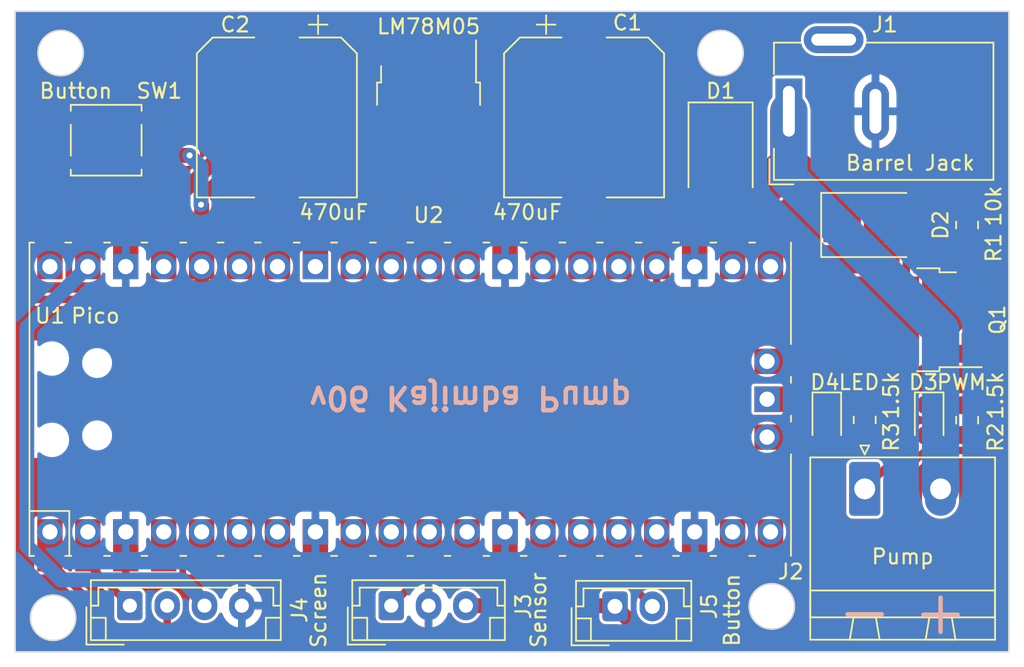
<source format=kicad_pcb>
(kicad_pcb (version 20211014) (generator pcbnew)
  (title_block (title "Pump") (date "2023-01-18") (rev "v06") (company "Kajimba") (comment 1 "Author: Yael"))
  (layers (0 "F.Cu" signal) (31 "B.Cu" signal) (34 "B.Paste" user) (35 "F.Paste" user) (36 "B.SilkS" user "B.Silkscreen") (37 "F.SilkS" user "F.Silkscreen") (38 "B.Mask" user) (39 "F.Mask" user) (44 "Edge.Cuts" user))
  (net 0 "")
  (net 1 "Net-(C1-Pad1)")
  (net 2 "GND")
  (net 3 "+5V")
  (net 4 "Net-(D2-Pad2)")
  (net 6 "+12V")
  (net 8 "PWM")
  (net 9 "+3.3V")
  (net 10 "Sensor")
  (net 11 "SCL")
  (net 12 "SDA")
  (net 13 "Button")
  (net 14 "Net-(D3-Pad1)")
  (net 28 "Net-(D4-Pad1)")
  (net 32 "LED")
  (net 42 "Analog")
  (footprint "Capacitor_SMD:CP_Elec_10x10.5" (layer "F.Cu") (at 151.384 86.868 -90)
    (fp_text reference "C1" (at -6.35 -2.902781) (layer "F.SilkS"))
    (fp_text value "470uF" (at 6.35 3.81) (layer "F.SilkS"))
    (fp_line (start -5.36 4.295563) (end -4.295563 5.36) (layer "F.SilkS") (width 0.12))
    (fp_line (start -5.36 4.295563) (end -5.36 1.51) (layer "F.SilkS") (width 0.12))
    (fp_line (start -6.85 2.54) (end -5.6 2.54) (layer "F.SilkS") (width 0.12))
    (fp_line (start -5.36 -4.295563) (end -4.295563 -5.36) (layer "F.SilkS") (width 0.12))
    (fp_line (start -6.225 1.915) (end -6.225 3.165) (layer "F.SilkS") (width 0.12))
    (fp_line (start 5.36 5.36) (end 5.36 1.51) (layer "F.SilkS") (width 0.12))
    (fp_line (start -5.36 -4.295563) (end -5.36 -1.51) (layer "F.SilkS") (width 0.12))
    (fp_line (start -4.295563 -5.36) (end 5.36 -5.36) (layer "F.SilkS") (width 0.12))
    (fp_line (start -4.295563 5.36) (end 5.36 5.36) (layer "F.SilkS") (width 0.12))
    (fp_line (start 5.36 -5.36) (end 5.36 -1.51) (layer "F.SilkS") (width 0.12))
    (pad "1" smd roundrect (at -4.2 0 270) (size 4.4 2.5) (layers "F.Cu" "F.Paste" "F.Mask") (roundrect_rratio 0.1) (net 1 "Net-(C1-Pad1)"))
    (pad "2" smd roundrect (at 4.2 0 270) (size 4.4 2.5) (layers "F.Cu" "F.Paste" "F.Mask") (roundrect_rratio 0.1) (net 2 "GND"))
  )
  (footprint "Connector_JST:JST_EH_B2B-EH-A_1x02_P2.50mm_Vertical" (layer "F.Cu") (at 153.456 119.634)
    (fp_text reference "J5" (at 6.31 0 90) (layer "F.SilkS"))
    (fp_text value "Button" (at 7.834 0.254 270) (layer "F.SilkS"))
    (fp_line (start -2.11 -1.21) (end 4.61 -1.21) (layer "F.SilkS") (width 0.12))
    (fp_line (start 4.61 0) (end 5.11 0) (layer "F.SilkS") (width 0.12))
    (fp_line (start -2.61 0) (end -2.11 0) (layer "F.SilkS") (width 0.12))
    (fp_line (start -2.61 -1.71) (end -2.61 2.31) (layer "F.SilkS") (width 0.12))
    (fp_line (start -2.11 0) (end -2.11 -1.21) (layer "F.SilkS") (width 0.12))
    (fp_line (start 4.61 -1.21) (end 4.61 0) (layer "F.SilkS") (width 0.12))
    (fp_line (start -2.61 0.81) (end -1.61 0.81) (layer "F.SilkS") (width 0.12))
    (fp_line (start -2.61 2.31) (end 5.11 2.31) (layer "F.SilkS") (width 0.12))
    (fp_line (start 5.11 0.81) (end 4.11 0.81) (layer "F.SilkS") (width 0.12))
    (fp_line (start 5.11 -1.71) (end -2.61 -1.71) (layer "F.SilkS") (width 0.12))
    (fp_line (start -1.61 0.81) (end -1.61 2.31) (layer "F.SilkS") (width 0.12))
    (fp_line (start -2.91 0.11) (end -2.91 2.61) (layer "F.SilkS") (width 0.12))
    (fp_line (start 5.11 2.31) (end 5.11 -1.71) (layer "F.SilkS") (width 0.12))
    (fp_line (start 4.11 0.81) (end 4.11 2.31) (layer "F.SilkS") (width 0.12))
    (fp_line (start -2.91 2.61) (end -0.41 2.61) (layer "F.SilkS") (width 0.12))
    (pad "1" thru_hole roundrect (at 0 0) (size 1.7 2) (drill 1) (layers *.Cu *.Mask) (roundrect_rratio 0.1470588235) (net 9 "+3.3V"))
    (pad "2" thru_hole oval (at 2.5 0) (size 1.7 2) (drill 1) (layers *.Cu *.Mask) (net 13 "Button"))
  )
  (footprint "Connector_JST:JST_EH_B4B-EH-A_1x04_P2.50mm_Vertical" (layer "F.Cu") (at 120.964 119.588)
    (fp_text reference "J4" (at 11.37 0.3 90) (layer "F.SilkS"))
    (fp_text value "Screen" (at 12.64 0.3 90) (layer "F.SilkS"))
    (fp_line (start -2.91 0.11) (end -2.91 2.61) (layer "F.SilkS") (width 0.12))
    (fp_line (start -2.61 0.81) (end -1.61 0.81) (layer "F.SilkS") (width 0.12))
    (fp_line (start -2.61 2.31) (end 10.11 2.31) (layer "F.SilkS") (width 0.12))
    (fp_line (start -1.61 0.81) (end -1.61 2.31) (layer "F.SilkS") (width 0.12))
    (fp_line (start -2.11 0) (end -2.11 -1.21) (layer "F.SilkS") (width 0.12))
    (fp_line (start -2.91 2.61) (end -0.41 2.61) (layer "F.SilkS") (width 0.12))
    (fp_line (start -2.61 0) (end -2.11 0) (layer "F.SilkS") (width 0.12))
    (fp_line (start -2.11 -1.21) (end 9.61 -1.21) (layer "F.SilkS") (width 0.12))
    (fp_line (start 9.61 -1.21) (end 9.61 0) (layer "F.SilkS") (width 0.12))
    (fp_line (start 10.11 -1.71) (end -2.61 -1.71) (layer "F.SilkS") (width 0.12))
    (fp_line (start 9.11 0.81) (end 9.11 2.31) (layer "F.SilkS") (width 0.12))
    (fp_line (start 10.11 2.31) (end 10.11 -1.71) (layer "F.SilkS") (width 0.12))
    (fp_line (start -2.61 -1.71) (end -2.61 2.31) (layer "F.SilkS") (width 0.12))
    (fp_line (start 9.61 0) (end 10.11 0) (layer "F.SilkS") (width 0.12))
    (fp_line (start 10.11 0.81) (end 9.11 0.81) (layer "F.SilkS") (width 0.12))
    (pad "1" thru_hole roundrect (at 0 0) (size 1.7 1.95) (drill 0.95) (layers *.Cu *.Mask) (roundrect_rratio 0.1470588235) (net 11 "SCL"))
    (pad "2" thru_hole oval (at 2.5 0) (size 1.7 1.95) (drill 0.95) (layers *.Cu *.Mask) (net 12 "SDA"))
    (pad "3" thru_hole oval (at 5 0) (size 1.7 1.95) (drill 0.95) (layers *.Cu *.Mask) (net 3 "+5V"))
    (pad "4" thru_hole oval (at 7.5 0) (size 1.7 1.95) (drill 0.95) (layers *.Cu *.Mask) (net 2 "GND"))
  )
  (footprint "Resistor_SMD:R_0805_2012Metric_Pad1.20x1.40mm_HandSolder" (layer "F.Cu") (at 177.038 94.0745 -90)
    (fp_text reference "R1" (at 1.524 -1.778 90) (layer "F.SilkS"))
    (fp_text value "10k" (at -1.27 -1.778 90) (layer "F.SilkS"))
    (fp_line (start -0.227064 -0.735) (end 0.227064 -0.735) (layer "F.SilkS") (width 0.12))
    (fp_line (start -0.227064 0.735) (end 0.227064 0.735) (layer "F.SilkS") (width 0.12))
    (pad "1" smd roundrect (at -1 0 270) (size 1.2 1.4) (layers "F.Cu" "F.Paste" "F.Mask") (roundrect_rratio 0.208333) (net 2 "GND"))
    (pad "2" smd roundrect (at 1 0 270) (size 1.2 1.4) (layers "F.Cu" "F.Paste" "F.Mask") (roundrect_rratio 0.208333) (net 8 "PWM"))
  )
  (footprint "LED_SMD:LED_0805_2012Metric_Pad1.15x1.40mm_HandSolder" (layer "F.Cu") (at 167.64 107.1555 -90)
    (fp_text reference "D4" (at -2.54 0.127) (layer "F.SilkS"))
    (fp_text value "RED")
    (fp_line (start -1.86 0.96) (end 1 0.96) (layer "F.SilkS") (width 0.12))
    (fp_line (start -1.86 -0.96) (end -1.86 0.96) (layer "F.SilkS") (width 0.12))
    (fp_line (start 1 -0.96) (end -1.86 -0.96) (layer "F.SilkS") (width 0.12))
    (pad "1" smd roundrect (at -1.025 0 270) (size 1.15 1.4) (layers "F.Cu" "F.Paste" "F.Mask") (roundrect_rratio 0.217391) (net 28 "Net-(D4-Pad1)"))
    (pad "2" smd roundrect (at 1.025 0 270) (size 1.15 1.4) (layers "F.Cu" "F.Paste" "F.Mask") (roundrect_rratio 0.217391) (net 32 "LED"))
  )
  (footprint "Resistor_SMD:R_0805_2012Metric_Pad1.20x1.40mm_HandSolder" (layer "F.Cu") (at 170.18 107.1395 -90)
    (fp_text reference "R3" (at 1.143 -1.778 -90) (layer "F.SilkS"))
    (fp_text value "1.5k" (at -1.651 -1.778 90) (layer "F.SilkS"))
    (fp_line (start -0.227064 0.735) (end 0.227064 0.735) (layer "F.SilkS") (width 0.12))
    (fp_line (start -0.227064 -0.735) (end 0.227064 -0.735) (layer "F.SilkS") (width 0.12))
    (pad "1" smd roundrect (at -1 0 270) (size 1.2 1.4) (layers "F.Cu" "F.Paste" "F.Mask") (roundrect_rratio 0.208333) (net 28 "Net-(D4-Pad1)"))
    (pad "2" smd roundrect (at 1 0 270) (size 1.2 1.4) (layers "F.Cu" "F.Paste" "F.Mask") (roundrect_rratio 0.208333) (net 2 "GND"))
  )
  (footprint "MCU_RaspberryPi_and_Boards:RPi_Pico_SMD_TH" (layer "F.Cu") (at 139.741 105.751 90)
    (fp_text reference "U1" (at 5.588 -24.13 180) (layer "F.SilkS"))
    (fp_text value "Pico" (at 5.588 -21.082 180) (layer "F.SilkS"))
    (fp_line (start 10.5 4.9) (end 10.5 5.3) (layer "F.SilkS") (width 0.12))
    (fp_line (start -10.5 4.9) (end -10.5 5.3) (layer "F.SilkS") (width 0.12))
    (fp_line (start -10.5 -10.4) (end -10.5 -10) (layer "F.SilkS") (width 0.12))
    (fp_line (start -10.5 22.7) (end -10.5 23.1) (layer "F.SilkS") (width 0.12))
    (fp_line (start -10.5 12.5) (end -10.5 12.9) (layer "F.SilkS") (width 0.12))
    (fp_line (start -10.5 15.1) (end -10.5 15.5) (layer "F.SilkS") (width 0.12))
    (fp_line (start -10.5 17.6) (end -10.5 18) (layer "F.SilkS") (width 0.12))
    (fp_line (start -10.5 20.1) (end -10.5 20.5) (layer "F.SilkS") (width 0.12))
    (fp_line (start -10.5 -2.7) (end -10.5 -2.3) (layer "F.SilkS") (width 0.12))
    (fp_line (start 10.5 -10.4) (end 10.5 -10) (layer "F.SilkS") (width 0.12))
    (fp_line (start -10.5 -25.5) (end 10.5 -25.5) (layer "F.SilkS") (width 0.12))
    (fp_line (start -10.5 -7.8) (end -10.5 -7.4) (layer "F.SilkS") (width 0.12))
    (fp_line (start -1.5 25.5) (end -1.1 25.5) (layer "F.SilkS") (width 0.12))
    (fp_line (start 10.5 22.7) (end 10.5 23.1) (layer "F.SilkS") (width 0.12))
    (fp_line (start 10.5 7.4) (end 10.5 7.8) (layer "F.SilkS") (width 0.12))
    (fp_line (start -10.5 -18) (end -10.5 -17.6) (layer "F.SilkS") (width 0.12))
    (fp_line (start 10.5 -18) (end 10.5 -17.6) (layer "F.SilkS") (width 0.12))
    (fp_line (start 10.5 2.3) (end 10.5 2.7) (layer "F.SilkS") (width 0.12))
    (fp_line (start -7.493 -22.833) (end -7.493 -25.5) (layer "F.SilkS") (width 0.12))
    (fp_line (start -10.5 2.3) (end -10.5 2.7) (layer "F.SilkS") (width 0.12))
    (fp_line (start 10.5 -12.9) (end 10.5 -12.5) (layer "F.SilkS") (width 0.12))
    (fp_line (start 10.5 -2.7) (end 10.5 -2.3) (layer "F.SilkS") (width 0.12))
    (fp_line (start 10.5 17.6) (end 10.5 18) (layer "F.SilkS") (width 0.12))
    (fp_line (start 1.1 25.5) (end 1.5 25.5) (layer "F.SilkS") (width 0.12))
    (fp_line (start 10.5 -0.2) (end 10.5 0.2) (layer "F.SilkS") (width 0.12))
    (fp_line (start 10.5 -15.4) (end 10.5 -15) (layer "F.SilkS") (width 0.12))
    (fp_line (start 10.5 -23.1) (end 10.5 -22.7) (layer "F.SilkS") (width 0.12))
    (fp_line (start -10.5 -25.5) (end -10.5 -25.2) (layer "F.SilkS") (width 0.12))
    (fp_line (start -10.5 -5.3) (end -10.5 -4.9) (layer "F.SilkS") (width 0.12))
    (fp_line (start -10.5 -23.1) (end -10.5 -22.7) (layer "F.SilkS") (width 0.12))
    (fp_line (start -10.5 7.4) (end -10.5 7.8) (layer "F.SilkS") (width 0.12))
    (fp_line (start 10.5 20.1) (end 10.5 20.5) (layer "F.SilkS") (width 0.12))
    (fp_line (start 10.5 -5.3) (end 10.5 -4.9) (layer "F.SilkS") (width 0.12))
    (fp_line (start 10.5 25.5) (end 3.7 25.5) (layer "F.SilkS") (width 0.12))
    (fp_line (start 10.5 -20.5) (end 10.5 -20.1) (layer "F.SilkS") (width 0.12))
    (fp_line (start -10.5 -22.833) (end -7.493 -22.833) (layer "F.SilkS") (width 0.12))
    (fp_line (start -10.5 -20.5) (end -10.5 -20.1) (layer "F.SilkS") (width 0.12))
    (fp_line (start -10.5 -12.9) (end -10.5 -12.5) (layer "F.SilkS") (width 0.12))
    (fp_line (start -10.5 -15.4) (end -10.5 -15) (layer "F.SilkS") (width 0.12))
    (fp_line (start -3.7 25.5) (end -10.5 25.5) (layer "F.SilkS") (width 0.12))
    (fp_line (start 10.5 -25.5) (end 10.5 -25.2) (layer "F.SilkS") (width 0.12))
    (fp_line (start 10.5 15.1) (end 10.5 15.5) (layer "F.SilkS") (width 0.12))
    (fp_line (start -10.5 -0.2) (end -10.5 0.2) (layer "F.SilkS") (width 0.12))
    (fp_line (start 10.5 10) (end 10.5 10.4) (layer "F.SilkS") (width 0.12))
    (fp_line (start -10.5 10) (end -10.5 10.4) (layer "F.SilkS") (width 0.12))
    (fp_line (start 10.5 -7.8) (end 10.5 -7.4) (layer "F.SilkS") (width 0.12))
    (fp_line (start 10.5 12.5) (end 10.5 12.9) (layer "F.SilkS") (width 0.12))
    (pad "" np_thru_hole oval (at -2.725 -24 90) (size 1.8 1.8) (drill 1.8) (layers *.Cu *.Mask))
    (pad "" np_thru_hole oval (at 2.425 -20.97 90) (size 1.5 1.5) (drill 1.5) (layers *.Cu *.Mask))
    (pad "" np_thru_hole oval (at -2.425 -20.97 90) (size 1.5 1.5) (drill 1.5) (layers *.Cu *.Mask))
    (pad "" np_thru_hole oval (at 2.725 -24 90) (size 1.8 1.8) (drill 1.8) (layers *.Cu *.Mask))
    (pad "1" smd rect (at -8.89 -24.13 90) (size 3.5 1.7) (drill (offset -0.9 0)) (layers "F.Cu" "F.Mask") (net 12 "SDA"))
    (pad "1" thru_hole oval (at -8.89 -24.13 90) (size 1.7 1.7) (drill 1.02) (layers *.Cu *.Mask) (net 12 "SDA"))
    (pad "2" smd rect (at -8.89 -21.59 90) (size 3.5 1.7) (drill (offset -0.9 0)) (layers "F.Cu" "F.Mask") (net 11 "SCL"))
    (pad "2" thru_hole oval (at -8.89 -21.59 90) (size 1.7 1.7) (drill 1.02) (layers *.Cu *.Mask) (net 11 "SCL"))
    (pad "3" thru_hole rect (at -8.89 -19.05 90) (size 1.7 1.7) (drill 1.02) (layers *.Cu *.Mask) (net 2 "GND"))
    (pad "3" smd rect (at -8.89 -19.05 90) (size 3.5 1.7) (drill (offset -0.9 0)) (layers "F.Cu" "F.Mask") (net 2 "GND"))
    (pad "4" smd rect (at -8.89 -16.51 90) (size 3.5 1.7) (drill (offset -0.9 0)) (layers "F.Cu" "F.Mask"))
    (pad "4" thru_hole oval (at -8.89 -16.51 90) (size 1.7 1.7) (drill 1.02) (layers *.Cu *.Mask))
    (pad "5" thru_hole oval (at -8.89 -13.97 90) (size 1.7 1.7) (drill 1.02) (layers *.Cu *.Mask))
    (pad "5" smd rect (at -8.89 -13.97 90) (size 3.5 1.7) (drill (offset -0.9 0)) (layers "F.Cu" "F.Mask"))
    (pad "6" thru_hole oval (at -8.89 -11.43 90) (size 1.7 1.7) (drill 1.02) (layers *.Cu *.Mask))
    (pad "6" smd rect (at -8.89 -11.43 90) (size 3.5 1.7) (drill (offset -0.9 0)) (layers "F.Cu" "F.Mask"))
    (pad "7" thru_hole oval (at -8.89 -8.89 90) (size 1.7 1.7) (drill 1.02) (layers *.Cu *.Mask))
    (pad "7" smd rect (at -8.89 -8.89 90) (size 3.5 1.7) (drill (offset -0.9 0)) (layers "F.Cu" "F.Mask"))
    (pad "8" smd rect (at -8.89 -6.35 90) (size 3.5 1.7) (drill (offset -0.9 0)) (layers "F.Cu" "F.Mask") (net 2 "GND"))
    (pad "8" thru_hole rect (at -8.89 -6.35 90) (size 1.7 1.7) (drill 1.02) (layers *.Cu *.Mask) (net 2 "GND"))
    (pad "9" smd rect (at -8.89 -3.81 90) (size 3.5 1.7) (drill (offset -0.9 0)) (layers "F.Cu" "F.Mask"))
    (pad "9" thru_hole oval (at -8.89 -3.81 90) (size 1.7 1.7) (drill 1.02) (layers *.Cu *.Mask))
    (pad "10" thru_hole oval (at -8.89 -1.27 90) (size 1.7 1.7) (drill 1.02) (layers *.Cu *.Mask))
    (pad "10" smd rect (at -8.89 -1.27 90) (size 3.5 1.7) (drill (offset -0.9 0)) (layers "F.Cu" "F.Mask"))
    (pad "11" smd rect (at -8.89 1.27 90) (size 3.5 1.7) (drill (offset -0.9 0)) (layers "F.Cu" "F.Mask") (net 10 "Sensor"))
    (pad "11" thru_hole oval (at -8.89 1.27 90) (size 1.7 1.7) (drill 1.02) (layers *.Cu *.Mask) (net 10 "Sensor"))
    (pad "12" thru_hole oval (at -8.89 3.81 90) (size 1.7 1.7) (drill 1.02) (layers *.Cu *.Mask))
    (pad "12" smd rect (at -8.89 3.81 90) (size 3.5 1.7) (drill (offset -0.9 0)) (layers "F.Cu" "F.Mask"))
    (pad "13" smd rect (at -8.89 6.35 90) (size 3.5 1.7) (drill (offset -0.9 0)) (layers "F.Cu" "F.Mask") (net 2 "GND"))
    (pad "13" thru_hole rect (at -8.89 6.35 90) (size 1.7 1.7) (drill 1.02) (layers *.Cu *.Mask) (net 2 "GND"))
    (pad "14" thru_hole oval (at -8.89 8.89 90) (size 1.7 1.7) (drill 1.02) (layers *.Cu *.Mask) (net 13 "Button"))
    (pad "14" smd rect (at -8.89 8.89 90) (size 3.5 1.7) (drill (offset -0.9 0)) (layers "F.Cu" "F.Mask") (net 13 "Button"))
    (pad "15" thru_hole oval (at -8.89 11.43 90) (size 1.7 1.7) (drill 1.02) (layers *.Cu *.Mask))
    (pad "15" smd rect (at -8.89 11.43 90) (size 3.5 1.7) (drill (offset -0.9 0)) (layers "F.Cu" "F.Mask"))
    (pad "16" smd rect (at -8.89 13.97 90) (size 3.5 1.7) (drill (offset -0.9 0)) (layers "F.Cu" "F.Mask"))
    (pad "16" thru_hole oval (at -8.89 13.97 90) (size 1.7 1.7) (drill 1.02) (layers *.Cu *.Mask))
    (pad "17" smd rect (at -8.89 16.51 90) (size 3.5 1.7) (drill (offset -0.9 0)) (layers "F.Cu" "F.Mask"))
    (pad "17" thru_hole oval (at -8.89 16.51 90) (size 1.7 1.7) (drill 1.02) (layers *.Cu *.Mask))
    (pad "18" smd rect (at -8.89 19.05 90) (size 3.5 1.7) (drill (offset -0.9 0)) (layers "F.Cu" "F.Mask") (net 2 "GND"))
    (pad "18" thru_hole rect (at -8.89 19.05 90) (size 1.7 1.7) (drill 1.02) (layers *.Cu *.Mask) (net 2 "GND"))
    (pad "19" smd rect (at -8.89 21.59 90) (size 3.5 1.7) (drill (offset -0.9 0)) (layers "F.Cu" "F.Mask"))
    (pad "19" thru_hole oval (at -8.89 21.59 90) (size 1.7 1.7) (drill 1.02) (layers *.Cu *.Mask))
    (pad "20" smd rect (at -8.89 24.13 90) (size 3.5 1.7) (drill (offset -0.9 0)) (layers "F.Cu" "F.Mask"))
    (pad "20" thru_hole oval (at -8.89 24.13 90) (size 1.7 1.7) (drill 1.02) (layers *.Cu *.Mask))
    (pad "21" thru_hole oval (at 8.89 24.13 90) (size 1.7 1.7) (drill 1.02) (layers *.Cu *.Mask))
    (pad "21" smd rect (at 8.89 24.13 90) (size 3.5 1.7) (drill (offset 0.9 0)) (layers "F.Cu" "F.Mask"))
    (pad "22" smd rect (at 8.89 21.59 90) (size 3.5 1.7) (drill (offset 0.9 0)) (layers "F.Cu" "F.Mask"))
    (pad "22" thru_hole oval (at 8.89 21.59 90) (size 1.7 1.7) (drill 1.02) (layers *.Cu *.Mask))
    (pad "23" smd rect (at 8.89 19.05 90) (size 3.5 1.7) (drill (offset 0.9 0)) (layers "F.Cu" "F.Mask") (net 2 "GND"))
    (pad "23" thru_hole rect (at 8.89 19.05 90) (size 1.7 1.7) (drill 1.02) (layers *.Cu *.Mask) (net 2 "GND"))
    (pad "24" smd rect (at 8.89 16.51 90) (size 3.5 1.7) (drill (offset 0.9 0)) (layers "F.Cu" "F.Mask") (net 32 "LED"))
    (pad "24" thru_hole oval (at 8.89 16.51 90) (size 1.7 1.7) (drill 1.02) (layers *.Cu *.Mask) (net 32 "LED"))
    (pad "25" smd rect (at 8.89 13.97 90) (size 3.5 1.7) (drill (offset 0.9 0)) (layers "F.Cu" "F.Mask") (net 8 "PWM"))
    (pad "25" thru_hole oval (at 8.89 13.97 90) (size 1.7 1.7) (drill 1.02) (layers *.Cu *.Mask) (net 8 "PWM"))
    (pad "26" smd rect (at 8.89 11.43 90) (size 3.5 1.7) (drill (offset 0.9 0)) (layers "F.Cu" "F.Mask"))
    (pad "26" thru_hole oval (at 8.89 11.43 90) (size 1.7 1.7) (drill 1.02) (layers *.Cu *.Mask))
    (pad "27" smd rect (at 8.89 8.89 90) (size 3.5 1.7) (drill (offset 0.9 0)) (layers "F.Cu" "F.Mask"))
    (pad "27" thru_hole oval (at 8.89 8.89 90) (size 1.7 1.7) (drill 1.02) (layers *.Cu *.Mask))
    (pad "28" smd rect (at 8.89 6.35 90) (size 3.5 1.7) (drill (offset 0.9 0)) (layers "F.Cu" "F.Mask") (net 2 "GND"))
    (pad "28" thru_hole rect (at 8.89 6.35 90) (size 1.7 1.7) (drill 1.02) (layers *.Cu *.Mask) (net 2 "GND"))
    (pad "29" thru_hole oval (at 8.89 3.81 90) (size 1.7 1.7) (drill 1.02) (layers *.Cu *.Mask))
    (pad "29" smd rect (at 8.89 3.81 90) (size 3.5 1.7) (drill (offset 0.9 0)) (layers "F.Cu" "F.Mask"))
    (pad "30" smd rect (at 8.89 1.27 90) (size 3.5 1.7) (drill (offset 0.9 0)) (layers "F.Cu" "F.Mask"))
    (pad "30" thru_hole oval (at 8.89 1.27 90) (size 1.7 1.7) (drill 1.02) (layers *.Cu *.Mask))
    (pad "31" smd rect (at 8.89 -1.27 90) (size 3.5 1.7) (drill (offset 0.9 0)) (layers "F.Cu" "F.Mask") (net 42 "Analog"))
    (pad "31" thru_hole oval (at 8.89 -1.27 90) (size 1.7 1.7) (drill 1.02) (layers *.Cu *.Mask) (net 42 "Analog"))
    (pad "32" thru_hole oval (at 8.89 -3.81 90) (size 1.7 1.7) (drill 1.02) (layers *.Cu *.Mask))
    (pad "32" smd rect (at 8.89 -3.81 90) (size 3.5 1.7) (drill (offset 0.9 0)) (layers "F.Cu" "F.Mask"))
    (pad "33" thru_hole rect (at 8.89 -6.35 90) (size 1.7 1.7) (drill 1.02) (layers *.Cu *.Mask))
    (pad "33" smd rect (at 8.89 -6.35 90) (size 3.5 1.7) (drill (offset 0.9 0)) (layers "F.Cu" "F.Mask"))
    (pad "34" thru_hole oval (at 8.89 -8.89 90) (size 1.7 1.7) (drill 1.02) (layers *.Cu *.Mask))
    (pad "34" smd rect (at 8.89 -8.89 90) (size 3.5 1.7) (drill (offset 0.9 0)) (layers "F.Cu" "F.Mask"))
    (pad "35" smd rect (at 8.89 -11.43 90) (size 3.5 1.7) (drill (offset 0.9 0)) (layers "F.Cu" "F.Mask"))
    (pad "35" thru_hole oval (at 8.89 -11.43 90) (size 1.7 1.7) (drill 1.02) (layers *.Cu *.Mask))
    (pad "36" smd rect (at 8.89 -13.97 90) (size 3.5 1.7) (drill (offset 0.9 0)) (layers "F.Cu" "F.Mask") (net 9 "+3.3V"))
    (pad "36" thru_hole oval (at 8.89 -13.97 90) (size 1.7 1.7) (drill 1.02) (layers *.Cu *.Mask) (net 9 "+3.3V"))
    (pad "37" smd rect (at 8.89 -16.51 90) (size 3.5 1.7) (drill (offset 0.9 0)) (layers "F.Cu" "F.Mask"))
    (pad "37" thru_hole oval (at 8.89 -16.51 90) (size 1.7 1.7) (drill 1.02) (layers *.Cu *.Mask))
    (pad "38" smd rect (at 8.89 -19.05 90) (size 3.5 1.7) (drill (offset 0.9 0)) (layers "F.Cu" "F.Mask") (net 2 "GND"))
    (pad "38" thru_hole rect (at 8.89 -19.05 90) (size 1.7 1.7) (drill 1.02) (layers *.Cu *.Mask) (net 2 "GND"))
    (pad "39" thru_hole oval (at 8.89 -21.59 90) (size 1.7 1.7) (drill 1.02) (layers *.Cu *.Mask) (net 3 "+5V"))
    (pad "39" smd rect (at 8.89 -21.59 90) (size 3.5 1.7) (drill (offset 0.9 0)) (layers "F.Cu" "F.Mask") (net 3 "+5V"))
    (pad "40" thru_hole oval (at 8.89 -24.13 90) (size 1.7 1.7) (drill 1.02) (layers *.Cu *.Mask))
    (pad "40" smd rect (at 8.89 -24.13 90) (size 3.5 1.7) (drill (offset 0.9 0)) (layers "F.Cu" "F.Mask"))
    (pad "41" smd rect (at -2.54 23.9 180) (size 3.5 1.7) (drill (offset -0.9 0)) (layers "F.Cu" "F.Mask"))
    (pad "41" thru_hole oval (at -2.54 23.9 90) (size 1.7 1.7) (drill 1.02) (layers *.Cu *.Mask))
    (pad "42" thru_hole rect (at 0 23.9 90) (size 1.7 1.7) (drill 1.02) (layers *.Cu *.Mask))
    (pad "42" smd rect (at 0 23.9 180) (size 3.5 1.7) (drill (offset -0.9 0)) (layers "F.Cu" "F.Mask"))
    (pad "43" smd rect (at 2.54 23.9 180) (size 3.5 1.7) (drill (offset -0.9 0)) (layers "F.Cu" "F.Mask"))
    (pad "43" thru_hole oval (at 2.54 23.9 90) (size 1.7 1.7) (drill 1.02) (layers *.Cu *.Mask))
  )
  (footprint "Resistor_SMD:R_0805_2012Metric_Pad1.20x1.40mm_HandSolder" (layer "F.Cu") (at 177.038 107.1555 -90)
    (fp_text reference "R2" (at 1.143 -1.905 -90) (layer "F.SilkS"))
    (fp_text value "1.5k" (at -1.651 -1.905 90) (layer "F.SilkS"))
    (fp_line (start -0.227064 -0.735) (end 0.227064 -0.735) (layer "F.SilkS") (width 0.12))
    (fp_line (start -0.227064 0.735) (end 0.227064 0.735) (layer "F.SilkS") (width 0.12))
    (pad "1" smd roundrect (at -1 0 270) (size 1.2 1.4) (layers "F.Cu" "F.Paste" "F.Mask") (roundrect_rratio 0.2083333333) (net 14 "Net-(D3-Pad1)"))
    (pad "2" smd roundrect (at 1 0 270) (size 1.2 1.4) (layers "F.Cu" "F.Paste" "F.Mask") (roundrect_rratio 0.2083333333) (net 2 "GND"))
  )
  (footprint "Button_Switch_SMD:SW_SPST_TL3305A" (layer "F.Cu") (at 119.38 88.392)
    (fp_text reference "SW1" (at 3.556 -3.302) (layer "F.SilkS"))
    (fp_text value "Button" (at -2.032 -3.302) (layer "F.SilkS"))
    (fp_line (start -2.37 -2.37) (end -2.37 -1.97) (layer "F.SilkS") (width 0.12))
    (fp_line (start -2.37 1.03) (end -2.37 -1.03) (layer "F.SilkS") (width 0.12))
    (fp_line (start 2.37 1.03) (end 2.37 -1.03) (layer "F.SilkS") (width 0.12))
    (fp_line (start -2.37 -2.37) (end 2.37 -2.37) (layer "F.SilkS") (width 0.12))
    (fp_line (start -2.37 2.37) (end -2.37 1.97) (layer "F.SilkS") (width 0.12))
    (fp_line (start -2.37 2.37) (end 2.37 2.37) (layer "F.SilkS") (width 0.12))
    (fp_line (start 2.37 2.37) (end 2.37 1.97) (layer "F.SilkS") (width 0.12))
    (fp_line (start 2.37 -2.37) (end 2.37 -1.97) (layer "F.SilkS") (width 0.12))
    (pad "1" smd rect (at -3.6 -1.5) (size 1.6 1.4) (layers "F.Cu" "F.Paste" "F.Mask") (net 13 "Button"))
    (pad "1" smd rect (at 3.6 -1.5) (size 1.6 1.4) (layers "F.Cu" "F.Paste" "F.Mask") (net 13 "Button"))
    (pad "2" smd rect (at -3.6 1.5) (size 1.6 1.4) (layers "F.Cu" "F.Paste" "F.Mask") (net 9 "+3.3V"))
    (pad "2" smd rect (at 3.6 1.5) (size 1.6 1.4) (layers "F.Cu" "F.Paste" "F.Mask") (net 9 "+3.3V"))
  )
  (footprint "Package_TO_SOT_SMD:TO-252-2" (layer "F.Cu") (at 140.97 86.995 -90)
    (fp_text reference "U2" (at 6.418 0) (layer "F.SilkS"))
    (fp_text value "LM78M05" (at -6.223 0) (layer "F.SilkS"))
    (fp_line (start -0.97 -3.45) (end -2.47 -3.45) (layer "F.SilkS") (width 0.12))
    (fp_line (start -2.47 -3.45) (end -2.47 -3.18) (layer "F.SilkS") (width 0.12))
    (fp_line (start -2.47 3.45) (end -2.47 3.18) (layer "F.SilkS") (width 0.12))
    (fp_line (start -0.97 3.45) (end -2.47 3.45) (layer "F.SilkS") (width 0.12))
    (fp_line (start -2.47 3.18) (end -3.57 3.18) (layer "F.SilkS") (width 0.12))
    (fp_line (start -2.47 -3.18) (end -5.3 -3.18) (layer "F.SilkS") (width 0.12))
    (pad "1" smd rect (at -4.2 -2.28 270) (size 2.2 1.2) (layers "F.Cu" "F.Paste" "F.Mask") (net 1 "Net-(C1-Pad1)"))
    (pad "2" smd rect (at 2.1 0 270) (size 6.4 5.8) (layers "F.Cu" "F.Mask") (net 2 "GND"))
    (pad "3" smd rect (at -4.2 2.28 270) (size 2.2 1.2) (layers "F.Cu" "F.Paste" "F.Mask") (net 3 "+5V"))
  )
  (footprint "Diode_SMD:D_SMB" (layer "F.Cu") (at 160.528 89.408 -90)
    (fp_text reference "D1" (at -4.318 0) (layer "F.SilkS"))
    (fp_text value "S2JTR")
    (fp_line (start -3.55 2.15) (end 2.15 2.15) (layer "F.SilkS") (width 0.12))
    (fp_line (start -3.55 -2.15) (end 2.15 -2.15) (layer "F.SilkS") (width 0.12))
    (fp_line (start -3.55 -2.15) (end -3.55 2.15) (layer "F.SilkS") (width 0.12))
    (pad "1" smd rect (at -2.15 0 270) (size 2.5 2.3) (layers "F.Cu" "F.Paste" "F.Mask") (net 1 "Net-(C1-Pad1)"))
    (pad "2" smd rect (at 2.15 0 270) (size 2.5 2.3) (layers "F.Cu" "F.Paste" "F.Mask") (net 6 "+12V"))
  )
  (footprint "Connector_Phoenix_MSTB:PhoenixContact_MSTBA_2,5_2-G-5,08_1x02_P5.08mm_Horizontal" (layer "F.Cu") (at 170.18 111.76)
    (fp_text reference "J2" (at -4.953 5.5555 180) (layer "F.SilkS"))
    (fp_text value "Pump" (at 2.54 4.5395) (layer "F.SilkS"))
    (fp_line (start 1 10.11) (end 0.75 8.61) (layer "F.SilkS") (width 0.12))
    (fp_line (start 4.33 8.61) (end 4.08 10.11) (layer "F.SilkS") (width 0.12))
    (fp_line (start 0 -2.31) (end -0.3 -2.91) (layer "F.SilkS") (width 0.12))
    (fp_line (start -3.65 -2.11) (end -3.65 10.11) (layer "F.SilkS") (width 0.12))
    (fp_line (start 8.73 10.11) (end 8.73 -2.11) (layer "F.SilkS") (width 0.12))
    (fp_line (start 8.73 6.81) (end 8.73 8.61) (layer "F.SilkS") (width 0.12))
    (fp_line (start -0.3 -2.91) (end 0.3 -2.91) (layer "F.SilkS") (width 0.12))
    (fp_line (start 4.08 10.11) (end 6.08 10.11) (layer "F.SilkS") (width 0.12))
    (fp_line (start -1 10.11) (end 1 10.11) (layer "F.SilkS") (width 0.12))
    (fp_line (start 5.83 8.61) (end 4.33 8.61) (layer "F.SilkS") (width 0.12))
    (fp_line (start -3.65 8.61) (end -3.65 6.81) (layer "F.SilkS") (width 0.12))
    (fp_line (start 8.73 -2.11) (end -3.65 -2.11) (layer "F.SilkS") (width 0.12))
    (fp_line (start 8.73 8.61) (end -3.65 8.61) (layer "F.SilkS") (width 0.12))
    (fp_line (start -0.75 8.61) (end -1 10.11) (layer "F.SilkS") (width 0.12))
    (fp_line (start -3.65 6.81) (end 8.73 6.81) (layer "F.SilkS") (width 0.12))
    (fp_line (start -3.65 10.11) (end 8.73 10.11) (layer "F.SilkS") (width 0.12))
    (fp_line (start 6.08 10.11) (end 5.83 8.61) (layer "F.SilkS") (width 0.12))
    (fp_line (start 0.3 -2.91) (end 0 -2.31) (layer "F.SilkS") (width 0.12))
    (fp_line (start 0.75 8.61) (end -0.75 8.61) (layer "F.SilkS") (width 0.12))
    (pad "1" thru_hole roundrect (at 0 0) (size 2.08 3.6) (drill 1.4) (layers *.Cu *.Mask) (roundrect_rratio 0.1201918269) (net 4 "Net-(D2-Pad2)"))
    (pad "2" thru_hole oval (at 5.08 0) (size 2.08 3.6) (drill 1.4) (layers *.Cu *.Mask) (net 6 "+12V"))
  )
  (footprint "Package_TO_SOT_SMD:TO-252-2" (layer "F.Cu") (at 172.72 100.4245 180)
    (fp_text reference "Q1" (at -6.35 0 90) (layer "F.SilkS"))
    (fp_text value "QM6006D")
    (fp_line (start -2.47 -3.45) (end -2.47 -3.18) (layer "F.SilkS") (width 0.12))
    (fp_line (start -2.47 3.18) (end -3.57 3.18) (layer "F.SilkS") (width 0.12))
    (fp_line (start -2.47 3.45) (end -2.47 3.18) (layer "F.SilkS") (width 0.12))
    (fp_line (start -0.97 -3.45) (end -2.47 -3.45) (layer "F.SilkS") (width 0.12))
    (fp_line (start -0.97 3.45) (end -2.47 3.45) (layer "F.SilkS") (width 0.12))
    (fp_line (start -2.47 -3.18) (end -5.3 -3.18) (layer "F.SilkS") (width 0.12))
    (pad "1" smd rect (at -4.2 -2.28 180) (size 2.2 1.2) (layers "F.Cu" "F.Paste" "F.Mask") (net 8 "PWM"))
    (pad "2" smd rect (at 2.1 0 180) (size 6.4 5.8) (layers "F.Cu" "F.Mask") (net 4 "Net-(D2-Pad2)"))
    (pad "3" smd rect (at -4.2 2.28 180) (size 2.2 1.2) (layers "F.Cu" "F.Paste" "F.Mask") (net 2 "GND"))
  )
  (footprint "Diode_SMD:D_SMB" (layer "F.Cu") (at 170.815 94.0745)
    (fp_text reference "D2" (at 4.445 0 90) (layer "F.SilkS"))
    (fp_text value "S2JTR")
    (fp_line (start -3.55 2.15) (end 2.15 2.15) (layer "F.SilkS") (width 0.12))
    (fp_line (start -3.55 -2.15) (end 2.15 -2.15) (layer "F.SilkS") (width 0.12))
    (fp_line (start -3.55 -2.15) (end -3.55 2.15) (layer "F.SilkS") (width 0.12))
    (pad "1" smd rect (at -2.15 0) (size 2.5 2.3) (layers "F.Cu" "F.Paste" "F.Mask") (net 6 "+12V"))
    (pad "2" smd rect (at 2.15 0) (size 2.5 2.3) (layers "F.Cu" "F.Paste" "F.Mask") (net 4 "Net-(D2-Pad2)"))
  )
  (footprint "Capacitor_SMD:CP_Elec_10x10.5" (layer "F.Cu") (at 130.81 86.868 -90)
    (fp_text reference "C2" (at -6.225 2.794) (layer "F.SilkS"))
    (fp_text value "470uF" (at 6.35 -3.81 180) (layer "F.SilkS"))
    (fp_line (start -6.85 -2.76) (end -5.6 -2.76) (layer "F.SilkS") (width 0.12))
    (fp_line (start -5.36 -4.295563) (end -5.36 -1.51) (layer "F.SilkS") (width 0.12))
    (fp_line (start 5.36 5.36) (end 5.36 1.51) (layer "F.SilkS") (width 0.12))
    (fp_line (start -4.295563 5.36) (end 5.36 5.36) (layer "F.SilkS") (width 0.12))
    (fp_line (start -5.36 -4.295563) (end -4.295563 -5.36) (layer "F.SilkS") (width 0.12))
    (fp_line (start 5.36 -5.36) (end 5.36 -1.51) (layer "F.SilkS") (width 0.12))
    (fp_line (start -4.295563 -5.36) (end 5.36 -5.36) (layer "F.SilkS") (width 0.12))
    (fp_line (start -6.225 -3.385) (end -6.225 -2.135) (layer "F.SilkS") (width 0.12))
    (fp_line (start -5.36 4.295563) (end -4.295563 5.36) (layer "F.SilkS") (width 0.12))
    (fp_line (start -5.36 4.295563) (end -5.36 1.51) (layer "F.SilkS") (width 0.12))
    (pad "1" smd roundrect (at -4.2 0 270) (size 4.4 2.5) (layers "F.Cu" "F.Paste" "F.Mask") (roundrect_rratio 0.1) (net 3 "+5V"))
    (pad "2" smd roundrect (at 4.2 0 270) (size 4.4 2.5) (layers "F.Cu" "F.Paste" "F.Mask") (roundrect_rratio 0.1) (net 2 "GND"))
  )
  (footprint "LED_SMD:LED_0805_2012Metric_Pad1.15x1.40mm_HandSolder" (layer "F.Cu") (at 174.498 107.1555 -90)
    (fp_text reference "D3" (at -2.54 0.381 180) (layer "F.SilkS"))
    (fp_text value "RED")
    (fp_line (start -1.86 -0.96) (end -1.86 0.96) (layer "F.SilkS") (width 0.12))
    (fp_line (start 1 -0.96) (end -1.86 -0.96) (layer "F.SilkS") (width 0.12))
    (fp_line (start -1.86 0.96) (end 1 0.96) (layer "F.SilkS") (width 0.12))
    (pad "1" smd roundrect (at -1.025 0 270) (size 1.15 1.4) (layers "F.Cu" "F.Paste" "F.Mask") (roundrect_rratio 0.2173913043) (net 14 "Net-(D3-Pad1)"))
    (pad "2" smd roundrect (at 1.025 0 270) (size 1.15 1.4) (layers "F.Cu" "F.Paste" "F.Mask") (roundrect_rratio 0.2173913043) (net 8 "PWM"))
  )
  (footprint "Connector_JST:JST_EH_B3B-EH-A_1x03_P2.50mm_Vertical" (layer "F.Cu") (at 138.47 119.588)
    (fp_text reference "J3" (at 8.85 0.046 90) (layer "F.SilkS"))
    (fp_text value "Sensor" (at 9.866 0.3 90) (layer "F.SilkS"))
    (fp_line (start -2.91 2.61) (end -0.41 2.61) (layer "F.SilkS") (width 0.12))
    (fp_line (start 7.11 -1.21) (end 7.11 0) (layer "F.SilkS") (width 0.12))
    (fp_line (start 7.61 2.31) (end 7.61 -1.71) (layer "F.SilkS") (width 0.12))
    (fp_line (start -2.61 0) (end -2.11 0) (layer "F.SilkS") (width 0.12))
    (fp_line (start -1.61 0.81) (end -1.61 2.31) (layer "F.SilkS") (width 0.12))
    (fp_line (start -2.11 -1.21) (end 7.11 -1.21) (layer "F.SilkS") (width 0.12))
    (fp_line (start -2.11 0) (end -2.11 -1.21) (layer "F.SilkS") (width 0.12))
    (fp_line (start 6.61 0.81) (end 6.61 2.31) (layer "F.SilkS") (width 0.12))
    (fp_line (start 7.61 0.81) (end 6.61 0.81) (layer "F.SilkS") (width 0.12))
    (fp_line (start 7.11 0) (end 7.61 0) (layer "F.SilkS") (width 0.12))
    (fp_line (start -2.91 0.11) (end -2.91 2.61) (layer "F.SilkS") (width 0.12))
    (fp_line (start -2.61 -1.71) (end -2.61 2.31) (layer "F.SilkS") (width 0.12))
    (fp_line (start -2.61 0.81) (end -1.61 0.81) (layer "F.SilkS") (width 0.12))
    (fp_line (start 7.61 -1.71) (end -2.61 -1.71) (layer "F.SilkS") (width 0.12))
    (fp_line (start -2.61 2.31) (end 7.61 2.31) (layer "F.SilkS") (width 0.12))
    (pad "1" thru_hole roundrect (at 0 0) (size 1.7 1.95) (drill 0.95) (layers *.Cu *.Mask) (roundrect_rratio 0.1470588235) (net 10 "Sensor"))
    (pad "2" thru_hole oval (at 2.5 0) (size 1.7 1.95) (drill 0.95) (layers *.Cu *.Mask) (net 2 "GND"))
    (pad "3" thru_hole oval (at 5 0) (size 1.7 1.95) (drill 0.95) (layers *.Cu *.Mask) (net 9 "+3.3V"))
  )
  (footprint "Connector_BarrelJack:BarrelJack_Wuerth_6941xx301002" (layer "F.Cu") (at 165.1 86.452 90)
    (fp_text reference "J1" (at 5.807 6.4262) (layer "F.SilkS"))
    (fp_text value "Barrel Jack" (at -3.464 8.128) (layer "F.SilkS"))
    (fp_line (start 2.5 -1) (end 4.6 -1) (layer "F.SilkS") (width 0.12))
    (fp_line (start -4.6 -1) (end -2.5 -1) (layer "F.SilkS") (width 0.12))
    (fp_line (start -4.6 13.7) (end -4.6 -1) (layer "F.SilkS") (width 0.12))
    (fp_line (start 4.6 13.7) (end -4.6 13.7) (layer "F.SilkS") (width 0.12))
    (fp_line (start -3.2 -1.3) (end -4.9 -1.3) (layer "F.SilkS") (width 0.12))
    (fp_line (start -4.9 -1.3) (end -4.9 0.3) (layer "F.SilkS") (width 0.12))
    (fp_line (start 4.6 5.2) (end 4.6 13.7) (layer "F.SilkS") (width 0.12))
    (fp_line (start 4.6 -1) (end 4.6 0.8) (layer "F.SilkS") (width 0.12))
    (pad "1" thru_hole rect (at 0 0 90) (size 4.4 1.8) (drill oval 3.4 0.8) (layers *.Cu *.Mask) (net 6 "+12V"))
    (pad "2" thru_hole oval (at 0 5.8 90) (size 4 1.8) (drill oval 3 0.8) (layers *.Cu *.Mask) (net 2 "GND"))
    (pad "3" thru_hole oval (at 4.8 3 180) (size 4 1.8) (drill oval 3 0.8) (layers *.Cu *.Mask))
  )
  (gr_circle (center 116.332 82.55) (end 117.856 82.55) (layer "Edge.Cuts") (width 0.1) (fill none))
  (gr_line (start 113.284 122.682) (end 179.832 122.682) (layer "Edge.Cuts") (width 0.1))
  (gr_line (start 113.284 79.756) (end 113.284 122.682) (layer "Edge.Cuts") (width 0.1))
  (gr_line (start 179.832 79.756) (end 113.284 79.756) (layer "Edge.Cuts") (width 0.1))
  (gr_line (start 179.832 122.682) (end 179.832 79.756) (layer "Edge.Cuts") (width 0.1))
  (gr_circle (center 163.957 119.634) (end 165.481 119.634) (layer "Edge.Cuts") (width 0.1) (fill none))
  (gr_circle (center 160.528 82.55) (end 162.052 82.55) (layer "Edge.Cuts") (width 0.1) (fill none))
  (gr_circle (center 115.824 120.396) (end 117.348 120.396) (layer "Edge.Cuts") (width 0.1) (fill none))
  (gr_text "v06 Kajimba Pump" (at 143.764 105.664 180) (layer "B.SilkS") (effects (font (size 1.5 1.5) (thickness 0.3)) (justify mirror)))
  (gr_text "+" (at 175.26 119.9642) (layer "B.SilkS") (effects (font (size 3 3) (thickness 0.3))))
  (gr_text "-" (at 170.18 120.396 180) (layer "B.SilkS") (effects (font (size 3 3) (thickness 0.3))))
  (gr_text "LED" (at 169.799 104.6155) (layer "F.SilkS") (effects (font (size 1 1))))
  (gr_text "PWM" (at 176.657 104.6155) (layer "F.SilkS") (effects (font (size 1 1))))
  (segment (start 160.528 87.258) (end 155.974 87.258) (width 0.5) (layer "F.Cu") (net 1))
  (segment (start 151.384 82.668) (end 151.257 82.795) (width 0.5) (layer "F.Cu") (net 1))
  (segment (start 151.257 82.795) (end 143.25 82.795) (width 0.5) (layer "F.Cu") (net 1))
  (segment (start 155.974 87.258) (end 151.384 82.668) (width 0.5) (layer "F.Cu") (net 1))
  (segment (start 118.151 96.861) (end 118.151 94.193) (width 1) (layer "F.Cu") (net 3))
  (segment (start 130.81 85.598) (end 130.81 82.668) (width 1) (layer "F.Cu") (net 3))
  (segment (start 123.952 92.456) (end 130.81 85.598) (width 1) (layer "F.Cu") (net 3))
  (segment (start 119.888 92.456) (end 123.952 92.456) (width 1) (layer "F.Cu") (net 3))
  (segment (start 130.937 82.795) (end 130.81 82.668) (width 1) (layer "F.Cu") (net 3))
  (segment (start 118.151 94.193) (end 119.888 92.456) (width 1) (layer "F.Cu") (net 3))
  (segment (start 138.69 82.795) (end 130.937 82.795) (width 1) (layer "F.Cu") (net 3))
  (segment (start 114.061 100.951) (end 114.061 115.585) (width 1) (layer "B.Cu") (net 3))
  (segment (start 125.964 119.36) (end 124.46 117.856) (width 1) (layer "B.Cu") (net 3))
  (segment (start 116.332 117.856) (end 124.46 117.856) (width 1) (layer "B.Cu") (net 3))
  (segment (start 118.151 96.861) (end 114.061 100.951) (width 1) (layer "B.Cu") (net 3))
  (segment (start 125.964 119.36) (end 125.964 119.842) (width 1) (layer "B.Cu") (net 3))
  (segment (start 114.061 115.585) (end 116.332 117.856) (width 1) (layer "B.Cu") (net 3))
  (segment (start 125.964 119.588) (end 125.964 119.36) (width 1) (layer "B.Cu") (net 3))
  (segment (start 170.62 100.4245) (end 170.62 102.5155) (width 0.5) (layer "F.Cu") (net 4))
  (segment (start 170.62 102.5155) (end 172.72 104.6155) (width 0.5) (layer "F.Cu") (net 4))
  (segment (start 172.965 94.0745) (end 172.965 98.0795) (width 0.5) (layer "F.Cu") (net 4))
  (segment (start 172.72 109.22) (end 170.18 111.76) (width 0.5) (layer "F.Cu") (net 4))
  (segment (start 172.72 104.6155) (end 172.72 109.22) (width 0.5) (layer "F.Cu") (net 4))
  (segment (start 172.965 98.0795) (end 170.62 100.4245) (width 0.5) (layer "F.Cu") (net 4))
  (segment (start 165.1 89.916) (end 163.458 91.558) (width 2.5) (layer "F.Cu") (net 6))
  (segment (start 165.1 89.916) (end 168.665 93.481) (width 2.5) (layer "F.Cu") (net 6))
  (segment (start 165.1 86.452) (end 165.1 89.916) (width 2.5) (layer "F.Cu") (net 6))
  (segment (start 163.458 91.558) (end 160.528 91.558) (width 2.5) (layer "F.Cu") (net 6))
  (segment (start 168.665 93.481) (end 168.665 94.0745) (width 2.5) (layer "F.Cu") (net 6))
  (segment (start 165.1 86.452) (end 165.1 90.932) (width 2.5) (layer "B.Cu") (net 6))
  (segment (start 165.1 90.932) (end 175.26 101.092) (width 2.5) (layer "B.Cu") (net 6))
  (segment (start 175.26 101.092) (end 175.26 111.76) (width 2.5) (layer "B.Cu") (net 6))
  (segment (start 172.72 110.7115) (end 172.72 113.7595) (width 0.5) (layer "F.Cu") (net 8))
  (segment (start 174.498 108.9335) (end 174.244 109.1875) (width 0.5) (layer "F.Cu") (net 8))
  (segment (start 177.403 95.0745) (end 178.816 96.4875) (width 0.5) (layer "F.Cu") (net 8))
  (segment (start 155.448 98.598) (end 153.711 96.861) (width 0.5) (layer "F.Cu") (net 8))
  (segment (start 176.92 102.7045) (end 176.92 101.4315) (width 0.5) (layer "F.Cu") (net 8))
  (segment (start 177.038 95.0745) (end 177.403 95.0745) (width 0.5) (layer "F.Cu") (net 8))
  (segment (start 164.592 110.744) (end 159.893 110.744) (width 0.5) (layer "F.Cu") (net 8))
  (segment (start 155.448 106.299) (end 155.448 98.598) (width 0.5) (layer "F.Cu") (net 8))
  (segment (start 178.816 104.6155) (end 178.816 108.6795) (width 0.5) (layer "F.Cu") (net 8))
  (segment (start 172.72 113.7595) (end 171.704 114.7755) (width 0.5) (layer "F.Cu") (net 8))
  (segment (start 174.498 108.1805) (end 174.498 108.9335) (width 0.5) (layer "F.Cu") (net 8))
  (segment (start 176.92 102.7045) (end 176.92 102.7195) (width 0.5) (layer "F.Cu") (net 8))
  (segment (start 168.6235 114.7755) (end 164.592 110.744) (width 0.5) (layer "F.Cu") (net 8))
  (segment (start 174.244 109.1875) (end 172.72 110.7115) (width 0.5) (layer "F.Cu") (net 8))
  (segment (start 178.816 108.6795) (end 178.308 109.1875) (width 0.5) (layer "F.Cu") (net 8))
  (segment (start 178.816 99.5355) (end 178.816 96.4875) (width 0.5) (layer "F.Cu") (net 8))
  (segment (start 176.92 102.7195) (end 178.816 104.6155) (width 0.5) (layer "F.Cu") (net 8))
  (segment (start 176.92 101.4315) (end 178.816 99.5355) (width 0.5) (layer "F.Cu") (net 8))
  (segment (start 178.308 109.1875) (end 174.244 109.1875) (width 0.5) (layer "F.Cu") (net 8))
  (segment (start 159.893 110.744) (end 155.448 106.299) (width 0.5) (layer "F.Cu") (net 8))
  (segment (start 171.704 114.7755) (end 168.6235 114.7755) (width 0.5) (layer "F.Cu") (net 8))
  (segment (start 153.41 119.588) (end 143.47 119.588) (width 1) (layer "F.Cu") (net 9))
  (segment (start 125.771 96.861) (end 125.771 99.961) (width 1) (layer "F.Cu") (net 9))
  (segment (start 166.624 121.158) (end 165.862 121.92) (width 1) (layer "F.Cu") (net 9))
  (segment (start 155.742 121.92) (end 153.456 119.634) (width 1) (layer "F.Cu") (net 9))
  (segment (start 124.968 89.408) (end 123.464 89.408) (width 1) (layer "F.Cu") (net 9))
  (segment (start 164.084 111.76) (end 166.624 114.3) (width 1) (layer "F.Cu") (net 9))
  (segment (start 123.464 89.408) (end 122.98 89.892) (width 1) (layer "F.Cu") (net 9))
  (segment (start 153.456 119.634) (end 153.41 119.588) (width 1) (layer "F.Cu") (net 9))
  (segment (start 125.771 99.961) (end 137.57 111.76) (width 1) (layer "F.Cu") (net 9))
  (segment (start 137.57 111.76) (end 164.084 111.76) (width 1) (layer "F.Cu") (net 9))
  (segment (start 122.98 89.892) (end 115.78 89.892) (width 1) (layer "F.Cu") (net 9))
  (segment (start 166.624 114.3) (end 166.624 121.158) (width 1) (layer "F.Cu") (net 9))
  (segment (start 125.771 96.861) (end 125.771 92.751) (width 1) (layer "F.Cu") (net 9))
  (segment (start 125.771 92.751) (end 125.73 92.71) (width 1) (layer "F.Cu") (net 9))
  (segment (start 165.862 121.92) (end 155.742 121.92) (width 1) (layer "F.Cu") (net 9))
  (via (at 124.968 89.408) (size 0.8) (drill 0.4) (layers "F.Cu" "B.Cu") (net 9))
  (via (at 125.73 92.71) (size 0.8) (drill 0.4) (layers "F.Cu" "B.Cu") (net 9))
  (segment (start 125.73 90.17) (end 124.968 89.408) (width 1) (layer "B.Cu") (net 9))
  (segment (start 125.73 92.71) (end 125.73 90.17) (width 1) (layer "B.Cu") (net 9))
  (segment (start 138.47 119.588) (end 141.011 117.047) (width 0.5) (layer "F.Cu") (net 10))
  (segment (start 141.011 117.047) (end 141.011 114.641) (width 0.5) (layer "F.Cu") (net 10))
  (segment (start 118.151 116.775) (end 118.151 114.641) (width 0.5) (layer "F.Cu") (net 11))
  (segment (start 118.151 117.029) (end 118.151 114.641) (width 0.5) (layer "F.Cu") (net 11))
  (segment (start 120.964 119.588) (end 118.151 116.775) (width 0.5) (layer "F.Cu") (net 11))
  (segment (start 115.611 114.641) (end 115.611 116.627) (width 0.5) (layer "F.Cu") (net 12))
  (segment (start 122.936 121.92) (end 123.464 121.392) (width 0.5) (layer "F.Cu") (net 12))
  (segment (start 123.464 119.588) (end 123.464 121.392) (width 0.5) (layer "F.Cu") (net 12))
  (segment (start 118.872 119.888) (end 118.872 121.412) (width 0.5) (layer "F.Cu") (net 12))
  (segment (start 118.872 121.412) (end 119.38 121.92) (width 0.5) (layer "F.Cu") (net 12))
  (segment (start 115.611 116.627) (end 118.872 119.888) (width 0.5) (layer "F.Cu") (net 12))
  (segment (start 119.38 121.92) (end 122.936 121.92) (width 0.5) (layer "F.Cu") (net 12))
  (segment (start 146.766 112.776) (end 137.16 112.776) (width 0.5) (layer "F.Cu") (net 13))
  (segment (start 149.986 117.856) (end 154.178 117.856) (width 0.5) (layer "F.Cu") (net 13))
  (segment (start 123.444 99.06) (end 114.808 99.06) (width 0.5) (layer "F.Cu") (net 13))
  (segment (start 154.178 117.856) (end 155.956 119.634) (width 0.5) (layer "F.Cu") (net 13))
  (segment (start 114.808 99.06) (end 114.046 98.298) (width 0.5) (layer "F.Cu") (net 13))
  (segment (start 122.98 86.892) (end 115.78 86.892) (width 0.5) (layer "F.Cu") (net 13))
  (segment (start 115.038 86.892) (end 115.78 86.892) (width 0.5) (layer "F.Cu") (net 13))
  (segment (start 148.631 116.501) (end 149.986 117.856) (width 0.5) (layer "F.Cu") (net 13))
  (segment (start 137.16 112.776) (end 123.444 99.06) (width 0.5) (layer "F.Cu") (net 13))
  (segment (start 114.046 87.884) (end 115.038 86.892) (width 0.5) (layer "F.Cu") (net 13))
  (segment (start 114.046 98.298) (end 114.046 87.884) (width 0.5) (layer "F.Cu") (net 13))
  (segment (start 148.631 114.641) (end 148.631 116.501) (width 0.5) (layer "F.Cu") (net 13))
  (segment (start 148.631 114.641) (end 146.766 112.776) (width 0.5) (layer "F.Cu") (net 13))
  (segment (start 177.013 106.1305) (end 177.038 106.1555) (width 0.5) (layer "F.Cu") (net 14))
  (segment (start 176.759 106.1305) (end 176.784 106.1555) (width 0.5) (layer "F.Cu") (net 14))
  (segment (start 174.498 106.1305) (end 177.013 106.1305) (width 0.5) (layer "F.Cu") (net 14))
  (segment (start 170.171 106.1305) (end 170.18 106.1395) (width 0.5) (layer "F.Cu") (net 28))
  (segment (start 167.64 106.1305) (end 170.171 106.1305) (width 0.5) (layer "F.Cu") (net 28))
  (segment (start 167.64 108.692) (end 167.64 108.1805) (width 0.5) (layer "F.Cu") (net 32))
  (segment (start 156.251 105.959) (end 160.274 109.982) (width 0.5) (layer "F.Cu") (net 32))
  (segment (start 160.274 109.982) (end 166.35 109.982) (width 0.5) (layer "F.Cu") (net 32))
  (segment (start 166.35 109.982) (end 167.64 108.692) (width 0.5) (layer "F.Cu") (net 32))
  (segment (start 156.251 96.861) (end 156.251 105.959) (width 0.5) (layer "F.Cu") (net 32))
  (zone (net 0) (net_name "") (layer "F.Cu") (connect_pads (clearance 0)) (min_thickness 0.254)
    (keepout (tracks not_allowed) (vias allowed) (pads allowed) (copperpour not_allowed) (footprints allowed))
    (fill (thermal_gap 0.508) (thermal_bridge_width 0.508))
    (polygon (pts (xy 119.802 109.688) (xy 114.468 109.688) (xy 114.468 101.814) (xy 119.802 101.814)))
  )
  (zone (net 2) (net_name "GND") (layers F&B.Cu) (connect_pads (clearance 0)) (min_thickness 0.254) (fill yes (thermal_gap 0.508) (thermal_bridge_width 0.508))
    (polygon (pts (xy 180.848 123.698) (xy 112.268 123.698) (xy 112.268 78.994) (xy 180.848 78.994)))
  )
  (zone (net 0) (net_name "") (layer "F.Cu") (connect_pads (clearance 0)) (min_thickness 0.254)
    (keepout (tracks not_allowed) (vias not_allowed) (pads not_allowed) (copperpour not_allowed) (footprints allowed))
    (fill (thermal_gap 0.508) (thermal_bridge_width 0.508))
    (polygon (pts (xy 128.438 109.434) (xy 121.072 109.434) (xy 121.072 107.021) (xy 128.438 107.021)))
  )
)
</source>
